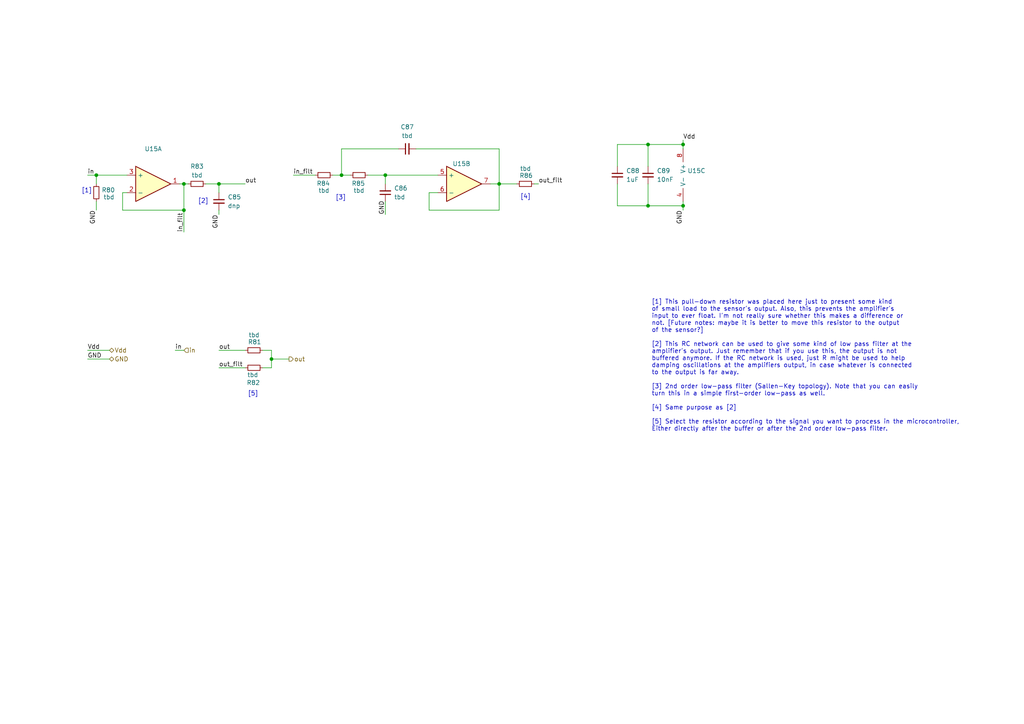
<source format=kicad_sch>
(kicad_sch (version 20231120) (generator "eeschema") (generator_version "8.0")
  (paper "A4")
  (lib_symbols
    (symbol "Device:C_Small" (pin_numbers hide) (pin_names (offset 0.254) hide)
      (property "Reference" "C" (at 0.254 1.778 0))
      (property "Value" "C_Small" (at 0.254 -2.032 0))
      (symbol "C_Small_0_1"
        (polyline (pts (xy -1.524 -0.508) (xy 1.524 -0.508)) (stroke (width 0.3302)))
        (polyline (pts (xy -1.524 0.508) (xy 1.524 0.508)) (stroke (width 0.3048)))
      )
      (symbol "C_Small_1_1"
        (pin passive line (at 0 2.54 270) (length 2.032) (name "~") (number "1"))
        (pin passive line (at 0 -2.54 90) (length 2.032) (name "~") (number "2"))
      )
    )
    (symbol "Device:Opamp_Dual"
      (property "Reference" "U" (at 0 5.08 0))
      (property "Value" "Opamp_Dual" (at 0 -5.08 0))
      (symbol "Opamp_Dual_1_1"
        (polyline (pts (xy -5.08 5.08) (xy 5.08 0) (xy -5.08 -5.08) (xy -5.08 5.08)) (stroke (width 0.254)) (fill (type background)))
        (pin output line (at 7.62 0 180) (length 2.54) (name "~") (number "1"))
        (pin input line (at -7.62 -2.54 0) (length 2.54) (name "-") (number "2"))
        (pin input line (at -7.62 2.54 0) (length 2.54) (name "+") (number "3"))
      )
      (symbol "Opamp_Dual_2_1"
        (polyline (pts (xy -5.08 5.08) (xy 5.08 0) (xy -5.08 -5.08) (xy -5.08 5.08)) (stroke (width 0.254)) (fill (type background)))
        (pin input line (at -7.62 2.54 0) (length 2.54) (name "+") (number "5"))
        (pin input line (at -7.62 -2.54 0) (length 2.54) (name "-") (number "6"))
        (pin output line (at 7.62 0 180) (length 2.54) (name "~") (number "7"))
      )
      (symbol "Opamp_Dual_3_1"
        (pin power_in line (at -2.54 -7.62 90) (length 3.81) (name "V-") (number "4"))
        (pin power_in line (at -2.54 7.62 270) (length 3.81) (name "V+") (number "8"))
      )
    )
    (symbol "Device:R_Small" (pin_numbers hide) (pin_names (offset 0.254) hide)
      (property "Reference" "R" (at 0.762 0.508 0))
      (property "Value" "R_Small" (at 0.762 -1.016 0))
      (symbol "R_Small_0_1"
        (rectangle (start -0.762 1.778) (end 0.762 -1.778) (stroke (width 0.2032)))
      )
      (symbol "R_Small_1_1"
        (pin passive line (at 0 2.54 270) (length 0.762) (name "~") (number "1"))
        (pin passive line (at 0 -2.54 90) (length 0.762) (name "~") (number "2"))
      )
    )
  )
  (junction (at 53.34 53.34))
  (junction (at 198.12 59.69))
  (junction (at 111.76 50.8))
  (junction (at 187.96 59.69))
  (junction (at 27.94 50.8))
  (junction (at 99.06 50.8))
  (junction (at 187.96 41.91))
  (junction (at 53.34 60.96))
  (junction (at 78.74 104.14))
  (junction (at 144.78 53.34))
  (junction (at 63.5 53.34))
  (junction (at 198.12 41.91))
  (wire (pts (xy 179.07 48.26) (xy 179.07 41.91)))
  (wire (pts (xy 187.96 41.91) (xy 198.12 41.91)))
  (wire (pts (xy 156.21 53.34) (xy 154.94 53.34)))
  (wire (pts (xy 31.75 101.6) (xy 25.4 101.6)))
  (wire (pts (xy 111.76 50.8) (xy 111.76 53.34)))
  (wire (pts (xy 25.4 50.8) (xy 27.94 50.8)))
  (wire (pts (xy 27.94 58.42) (xy 27.94 60.96)))
  (wire (pts (xy 63.5 101.6) (xy 71.12 101.6)))
  (wire (pts (xy 179.07 59.69) (xy 187.96 59.69)))
  (wire (pts (xy 31.75 104.14) (xy 25.4 104.14)))
  (wire (pts (xy 144.78 43.18) (xy 144.78 53.34)))
  (wire (pts (xy 111.76 50.8) (xy 127 50.8)))
  (wire (pts (xy 63.5 53.34) (xy 59.69 53.34)))
  (wire (pts (xy 124.46 55.88) (xy 124.46 60.96)))
  (wire (pts (xy 198.12 40.64) (xy 198.12 41.91)))
  (wire (pts (xy 144.78 60.96) (xy 144.78 53.34)))
  (wire (pts (xy 63.5 106.68) (xy 71.12 106.68)))
  (wire (pts (xy 53.34 60.96) (xy 53.34 67.31)))
  (wire (pts (xy 78.74 104.14) (xy 83.82 104.14)))
  (wire (pts (xy 35.56 55.88) (xy 35.56 60.96)))
  (wire (pts (xy 78.74 101.6) (xy 76.2 101.6)))
  (wire (pts (xy 63.5 62.23) (xy 63.5 60.96)))
  (wire (pts (xy 53.34 53.34) (xy 54.61 53.34)))
  (wire (pts (xy 53.34 60.96) (xy 53.34 53.34)))
  (wire (pts (xy 198.12 58.42) (xy 198.12 59.69)))
  (wire (pts (xy 127 55.88) (xy 124.46 55.88)))
  (wire (pts (xy 35.56 60.96) (xy 53.34 60.96)))
  (wire (pts (xy 142.24 53.34) (xy 144.78 53.34)))
  (wire (pts (xy 63.5 53.34) (xy 71.12 53.34)))
  (wire (pts (xy 198.12 59.69) (xy 198.12 60.96)))
  (wire (pts (xy 198.12 41.91) (xy 198.12 43.18)))
  (wire (pts (xy 187.96 48.26) (xy 187.96 41.91)))
  (wire (pts (xy 27.94 53.34) (xy 27.94 50.8)))
  (wire (pts (xy 179.07 41.91) (xy 187.96 41.91)))
  (wire (pts (xy 63.5 55.88) (xy 63.5 53.34)))
  (wire (pts (xy 120.65 43.18) (xy 144.78 43.18)))
  (wire (pts (xy 111.76 58.42) (xy 111.76 62.23)))
  (wire (pts (xy 187.96 59.69) (xy 198.12 59.69)))
  (wire (pts (xy 76.2 106.68) (xy 78.74 106.68)))
  (wire (pts (xy 124.46 60.96) (xy 144.78 60.96)))
  (wire (pts (xy 78.74 104.14) (xy 78.74 101.6)))
  (wire (pts (xy 187.96 53.34) (xy 187.96 59.69)))
  (wire (pts (xy 27.94 50.8) (xy 36.83 50.8)))
  (wire (pts (xy 50.8 101.6) (xy 53.34 101.6)))
  (wire (pts (xy 78.74 106.68) (xy 78.74 104.14)))
  (wire (pts (xy 53.34 53.34) (xy 52.07 53.34)))
  (wire (pts (xy 149.86 53.34) (xy 144.78 53.34)))
  (wire (pts (xy 96.52 50.8) (xy 99.06 50.8)))
  (wire (pts (xy 99.06 43.18) (xy 99.06 50.8)))
  (wire (pts (xy 115.57 43.18) (xy 99.06 43.18)))
  (wire (pts (xy 85.09 50.8) (xy 91.44 50.8)))
  (wire (pts (xy 179.07 53.34) (xy 179.07 59.69)))
  (wire (pts (xy 36.83 55.88) (xy 35.56 55.88)))
  (wire (pts (xy 99.06 50.8) (xy 101.6 50.8)))
  (wire (pts (xy 106.68 50.8) (xy 111.76 50.8)))
  (text "[5]" (at 73.406 114.3 0) (effects (font (size 1.27 1.27))))
  (text "[1] This pull-down resistor was placed here just to present some kind\nof small load to the sensor's output. Also, this prevents the amplifier's\ninput to ever float. I'm not really sure whether this makes a difference or\nnot. [Future notes: maybe it is better to move this resistor to the output\nof the sensor?]\n\n[2] This RC network can be used to give some kind of low pass filter at the\namplifier's output. Just remember that if you use this, the output is not \nbuffered anymore. If the RC network is used, just R might be used to help\ndamping oscillations at the amplifiers output, in case whatever is connected\nto the output is far away.\n\n[3] 2nd order low-pass filter (Sallen-Key topology). Note that you can easily\nturn this in a simple first-order low-pass as well. \n\n[4] Same purpose as [2]\n\n[5] Select the resistor according to the signal you want to process in the microcontroller,\nEither directly after the buffer or after the 2nd order low-pass filter." (at 188.976 125.222 0) (effects (font (size 1.27 1.27)) (justify left bottom)))
  (text "[3]" (at 97.282 58.166 0) (effects (font (size 1.27 1.27)) (justify left bottom)))
  (text "[1]" (at 23.622 56.134 0) (effects (font (size 1.27 1.27)) (justify left bottom)))
  (text "[2]" (at 57.404 59.182 0) (effects (font (size 1.27 1.27)) (justify left bottom)))
  (text "[4]" (at 150.876 57.912 0) (effects (font (size 1.27 1.27)) (justify left bottom)))
  (label "GND" (at 111.76 62.23 90))
  (label "out" (at 71.12 53.34 0))
  (label "Vdd" (at 25.4 101.6 0))
  (label "out" (at 63.5 101.6 0))
  (label "Vdd" (at 198.12 40.64 0))
  (label "GND" (at 198.12 60.96 270))
  (label "in_filt" (at 53.34 67.31 90))
  (label "GND" (at 25.4 104.14 0))
  (label "GND" (at 63.5 62.23 270))
  (label "GND" (at 27.94 60.96 270))
  (label "out_filt" (at 156.21 53.34 0))
  (label "in" (at 50.8 101.6 0))
  (label "in_filt" (at 85.09 50.8 0))
  (label "in" (at 25.4 50.8 0))
  (label "out_filt" (at 63.5 106.68 0))
  (hierarchical_label "GND" (shape bidirectional) (at 31.75 104.14 0))
  (hierarchical_label "Vdd" (shape bidirectional) (at 31.75 101.6 0))
  (hierarchical_label "out" (shape output) (at 83.82 104.14 0))
  (hierarchical_label "in" (shape input) (at 53.34 101.6 0))
  (symbol (lib_id "Device:C_Small") (at 118.11 43.18 90) (unit 1)
    (property "Reference" "C87" (at 118.1163 36.83 90))
    (property "Value" "tbd" (at 118.1163 39.37 90))
    (property "Footprint" "Capacitor_SMD:C_0805_2012Metric_Pad1.18x1.45mm_HandSolder" (effects (hide yes)))
    (property "Description" "Unpolarized capacitor, small symbol" (effects (hide yes)))
    (instances (project "buck-boost-xp" (path "" (reference "C87") (unit 1)) (path "" (reference "C71") (unit 1)) (path "" (reference "C60") (unit 1))))
  )
  (symbol (lib_id "Device:Opamp_Dual") (at 134.62 53.34 0) (unit 2)
    (property "Reference" "U15" (at 133.858 47.498 0))
    (property "Value" "Opamp_Dual" (effects (hide yes)))
    (property "Footprint" "Package_SO:SOIC-8_3.9x4.9mm_P1.27mm" (effects (hide yes)))
    (property "Description" "Dual operational amplifier" (effects (hide yes)))
    (property "Sim.Library" "${KICAD7_SYMBOL_DIR}/Simulation_SPICE.sp" (effects (hide yes)))
    (property "Sim.Name" "kicad_builtin_opamp_dual" (effects (hide yes)))
    (property "Sim.Device" "SUBCKT" (effects (hide yes)))
    (property "Sim.Pins" "1=out1 2=in1- 3=in1+ 4=vee 5=in2+ 6=in2- 7=out2 8=vcc" (effects (hide yes)))
    (instances (project "buck-boost-xp" (path "" (reference "U15") (unit 2)) (path "" (reference "U13") (unit 2)) (path "" (reference "U14") (unit 2))))
  )
  (symbol (lib_id "Device:Opamp_Dual") (at 200.66 50.8 0) (unit 3)
    (property "Reference" "U15" (at 199.39 49.5299 0) (effects (justify left)))
    (property "Value" "Opamp_Dual" (effects (hide yes)))
    (property "Footprint" "Package_SO:SOIC-8_3.9x4.9mm_P1.27mm" (effects (hide yes)))
    (property "Description" "Dual operational amplifier" (effects (hide yes)))
    (property "Sim.Library" "${KICAD7_SYMBOL_DIR}/Simulation_SPICE.sp" (effects (hide yes)))
    (property "Sim.Name" "kicad_builtin_opamp_dual" (effects (hide yes)))
    (property "Sim.Device" "SUBCKT" (effects (hide yes)))
    (property "Sim.Pins" "1=out1 2=in1- 3=in1+ 4=vee 5=in2+ 6=in2- 7=out2 8=vcc" (effects (hide yes)))
    (instances (project "buck-boost-xp" (path "" (reference "U15") (unit 3)) (path "" (reference "U11") (unit 3)) (path "" (reference "U12") (unit 3))))
  )
  (symbol (lib_id "Device:R_Small") (at 152.4 53.34 270) (unit 1)
    (property "Reference" "R86" (at 154.559 50.927 90) (effects (justify right)))
    (property "Value" "tbd" (at 154.051 48.895 90) (effects (justify right)))
    (property "Footprint" "Resistor_SMD:R_0805_2012Metric_Pad1.20x1.40mm_HandSolder" (effects (hide yes)))
    (property "Description" "Resistor, small symbol" (effects (hide yes)))
    (instances (project "buck-boost-xp" (path "" (reference "R86") (unit 1)) (path "" (reference "R87") (unit 1)) (path "" (reference "R51") (unit 1))))
  )
  (symbol (lib_id "Device:R_Small") (at 73.66 101.6 270) (unit 1)
    (property "Reference" "R81" (at 75.819 99.187 90) (effects (justify right)))
    (property "Value" "tbd" (at 75.311 97.155 90) (effects (justify right)))
    (property "Footprint" "Resistor_SMD:R_0805_2012Metric_Pad1.20x1.40mm_HandSolder" (effects (hide yes)))
    (property "Description" "Resistor, small symbol" (effects (hide yes)))
    (instances (project "buck-boost-xp" (path "" (reference "R81") (unit 1)) (path "" (reference "R44") (unit 1)) (path "" (reference "R46") (unit 1))))
  )
  (symbol (lib_id "Device:R_Small") (at 27.94 55.88 180) (unit 1)
    (property "Reference" "R80" (at 29.464 55.118 0) (effects (justify right)))
    (property "Value" "tbd" (at 29.972 57.15 0) (effects (justify right)))
    (property "Footprint" "Resistor_SMD:R_0805_2012Metric_Pad1.20x1.40mm_HandSolder" (effects (hide yes)))
    (property "Description" "Resistor, small symbol" (effects (hide yes)))
    (instances (project "buck-boost-xp" (path "" (reference "R80") (unit 1)) (path "" (reference "R43") (unit 1)) (path "" (reference "R45") (unit 1))))
  )
  (symbol (lib_id "Device:R_Small") (at 73.66 106.68 270) (unit 1)
    (property "Reference" "R82" (at 75.438 110.998 90) (effects (justify right)))
    (property "Value" "tbd" (at 74.93 108.712 90) (effects (justify right)))
    (property "Footprint" "Resistor_SMD:R_0805_2012Metric_Pad1.20x1.40mm_HandSolder" (effects (hide yes)))
    (property "Description" "Resistor, small symbol" (effects (hide yes)))
    (instances (project "buck-boost-xp" (path "" (reference "R82") (unit 1)) (path "" (reference "R61") (unit 1)) (path "" (reference "R47") (unit 1))))
  )
  (symbol (lib_id "Device:C_Small") (at 63.5 58.42 0) (unit 1)
    (property "Reference" "C85" (at 66.04 57.1562 0) (effects (justify left)))
    (property "Value" "dnp" (at 66.04 59.6962 0) (effects (justify left)))
    (property "Footprint" "Capacitor_SMD:C_0805_2012Metric_Pad1.18x1.45mm_HandSolder" (effects (hide yes)))
    (property "Description" "Unpolarized capacitor, small symbol" (effects (hide yes)))
    (instances (project "buck-boost-xp" (path "" (reference "C85") (unit 1)) (path "" (reference "C57") (unit 1)) (path "" (reference "C58") (unit 1))))
  )
  (symbol (lib_id "Device:R_Small") (at 104.14 50.8 90) (unit 1)
    (property "Reference" "R85" (at 101.981 53.213 90) (effects (justify right)))
    (property "Value" "tbd" (at 102.489 55.245 90) (effects (justify right)))
    (property "Footprint" "Resistor_SMD:R_0805_2012Metric_Pad1.20x1.40mm_HandSolder" (effects (hide yes)))
    (property "Description" "Resistor, small symbol" (effects (hide yes)))
    (instances (project "buck-boost-xp" (path "" (reference "R85") (unit 1)) (path "" (reference "R79") (unit 1)) (path "" (reference "R50") (unit 1))))
  )
  (symbol (lib_id "Device:R_Small") (at 57.15 53.34 90) (unit 1)
    (property "Reference" "R83" (at 57.15 48.26 90))
    (property "Value" "tbd" (at 57.15 50.8 90))
    (property "Footprint" "Resistor_SMD:R_0805_2012Metric_Pad1.20x1.40mm_HandSolder" (effects (hide yes)))
    (property "Description" "Resistor, small symbol" (effects (hide yes)))
    (instances (project "buck-boost-xp" (path "" (reference "R83") (unit 1)) (path "" (reference "R62") (unit 1)) (path "" (reference "R48") (unit 1))))
  )
  (symbol (lib_id "Device:C_Small") (at 111.76 55.88 180) (unit 1)
    (property "Reference" "C86" (at 114.3 54.6035 0) (effects (justify right)))
    (property "Value" "tbd" (at 114.3 57.1435 0) (effects (justify right)))
    (property "Footprint" "Capacitor_SMD:C_0805_2012Metric_Pad1.18x1.45mm_HandSolder" (effects (hide yes)))
    (property "Description" "Unpolarized capacitor, small symbol" (effects (hide yes)))
    (instances (project "buck-boost-xp" (path "" (reference "C86") (unit 1)) (path "" (reference "C70") (unit 1)) (path "" (reference "C59") (unit 1))))
  )
  (symbol (lib_id "Device:Opamp_Dual") (at 44.45 53.34 0) (unit 1)
    (property "Reference" "U15" (at 44.45 43.18 0))
    (property "Value" "Opamp_Dual" (effects (hide yes)))
    (property "Footprint" "Package_SO:SOIC-8_3.9x4.9mm_P1.27mm" (effects (hide yes)))
    (property "Description" "Dual operational amplifier" (effects (hide yes)))
    (property "Sim.Library" "${KICAD7_SYMBOL_DIR}/Simulation_SPICE.sp" (effects (hide yes)))
    (property "Sim.Name" "kicad_builtin_opamp_dual" (effects (hide yes)))
    (property "Sim.Device" "SUBCKT" (effects (hide yes)))
    (property "Sim.Pins" "1=out1 2=in1- 3=in1+ 4=vee 5=in2+ 6=in2- 7=out2 8=vcc" (effects (hide yes)))
    (instances (project "buck-boost-xp" (path "" (reference "U15") (unit 1)) (path "" (reference "U13") (unit 1)) (path "" (reference "U14") (unit 1))))
  )
  (symbol (lib_id "Device:C_Small") (at 187.96 50.8 0) (unit 1)
    (property "Reference" "C89" (at 190.5 49.5362 0) (effects (justify left)))
    (property "Value" "10nF" (at 190.5 52.0762 0) (effects (justify left)))
    (property "Footprint" "Capacitor_SMD:C_0805_2012Metric_Pad1.18x1.45mm_HandSolder" (effects (hide yes)))
    (property "Description" "Unpolarized capacitor, small symbol" (effects (hide yes)))
    (instances (project "buck-boost-xp" (path "" (reference "C89") (unit 1)) (path "" (reference "C84") (unit 1)) (path "" (reference "C62") (unit 1))))
  )
  (symbol (lib_id "Device:C_Small") (at 179.07 50.8 0) (unit 1)
    (property "Reference" "C88" (at 181.61 49.5362 0) (effects (justify left)))
    (property "Value" "1uF" (at 181.61 52.0762 0) (effects (justify left)))
    (property "Footprint" "Capacitor_SMD:C_0805_2012Metric_Pad1.18x1.45mm_HandSolder" (effects (hide yes)))
    (property "Description" "Unpolarized capacitor, small symbol" (effects (hide yes)))
    (instances (project "buck-boost-xp" (path "" (reference "C88") (unit 1)) (path "" (reference "C76") (unit 1)) (path "" (reference "C61") (unit 1))))
  )
  (symbol (lib_id "Device:R_Small") (at 93.98 50.8 90) (unit 1)
    (property "Reference" "R84" (at 91.821 53.213 90) (effects (justify right)))
    (property "Value" "tbd" (at 92.329 55.245 90) (effects (justify right)))
    (property "Footprint" "Resistor_SMD:R_0805_2012Metric_Pad1.20x1.40mm_HandSolder" (effects (hide yes)))
    (property "Description" "Resistor, small symbol" (effects (hide yes)))
    (instances (project "buck-boost-xp" (path "" (reference "R84") (unit 1)) (path "" (reference "R71") (unit 1)) (path "" (reference "R49") (unit 1))))
  )
)
</source>
